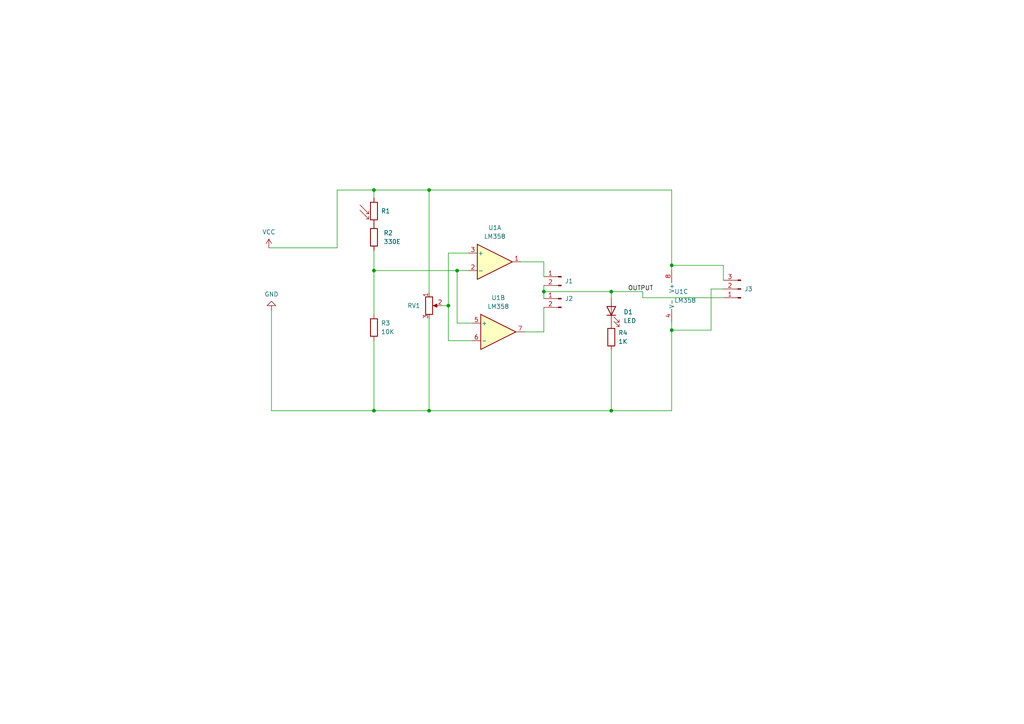
<source format=kicad_sch>
(kicad_sch (version 20211123) (generator eeschema)
  (paper "A4")
  (lib_symbols
    (symbol "Amplifier_Operational:LM358" (pin_names (offset 0.127))
      (property "Reference" "U" (at 0 5.08 0))
      (property "Value" "LM358" (at 0 -5.08 0))
      (symbol "LM358_1_1"
        (polyline (pts (xy -5.08 5.08) (xy 5.08 0) (xy -5.08 -5.08) (xy -5.08 5.08)) (stroke (width 0.254)) (fill (type background)))
        (pin output line (at 7.62 0 180) (length 2.54) (name "~") (number "1"))
        (pin input line (at -7.62 -2.54 0) (length 2.54) (name "-") (number "2"))
        (pin input line (at -7.62 2.54 0) (length 2.54) (name "+") (number "3"))
      )
      (symbol "LM358_2_1"
        (polyline (pts (xy -5.08 5.08) (xy 5.08 0) (xy -5.08 -5.08) (xy -5.08 5.08)) (stroke (width 0.254)) (fill (type background)))
        (pin input line (at -7.62 2.54 0) (length 2.54) (name "+") (number "5"))
        (pin input line (at -7.62 -2.54 0) (length 2.54) (name "-") (number "6"))
        (pin output line (at 7.62 0 180) (length 2.54) (name "~") (number "7"))
      )
      (symbol "LM358_3_1"
        (pin power_in line (at -2.54 -7.62 90) (length 3.81) (name "V-") (number "4"))
        (pin power_in line (at -2.54 7.62 270) (length 3.81) (name "V+") (number "8"))
      )
    )
    (symbol "Connector:Conn_01x02_Male" (pin_names (offset 1.016) hide)
      (property "Reference" "J" (at 0 2.54 0))
      (property "Value" "Conn_01x02_Male" (at 0 -5.08 0))
      (symbol "Conn_01x02_Male_1_1"
        (polyline (pts (xy 1.27 -2.54) (xy 0.8636 -2.54)) (stroke (width 0.1524)))
        (polyline (pts (xy 1.27 0) (xy 0.8636 0)) (stroke (width 0.1524)))
        (rectangle (start 0.8636 -2.413) (end 0 -2.667) (stroke (width 0.1524)) (fill (type outline)))
        (rectangle (start 0.8636 0.127) (end 0 -0.127) (stroke (width 0.1524)) (fill (type outline)))
        (pin passive line (at 5.08 0 180) (length 3.81) (name "Pin_1") (number "1"))
        (pin passive line (at 5.08 -2.54 180) (length 3.81) (name "Pin_2") (number "2"))
      )
    )
    (symbol "Connector:Conn_01x03_Male" (pin_names (offset 1.016) hide)
      (property "Reference" "J" (at 0 5.08 0))
      (property "Value" "Conn_01x03_Male" (at 0 -5.08 0))
      (symbol "Conn_01x03_Male_1_1"
        (polyline (pts (xy 1.27 -2.54) (xy 0.8636 -2.54)) (stroke (width 0.1524)))
        (polyline (pts (xy 1.27 0) (xy 0.8636 0)) (stroke (width 0.1524)))
        (polyline (pts (xy 1.27 2.54) (xy 0.8636 2.54)) (stroke (width 0.1524)))
        (rectangle (start 0.8636 -2.413) (end 0 -2.667) (stroke (width 0.1524)) (fill (type outline)))
        (rectangle (start 0.8636 0.127) (end 0 -0.127) (stroke (width 0.1524)) (fill (type outline)))
        (rectangle (start 0.8636 2.667) (end 0 2.413) (stroke (width 0.1524)) (fill (type outline)))
        (pin passive line (at 5.08 2.54 180) (length 3.81) (name "Pin_1") (number "1"))
        (pin passive line (at 5.08 0 180) (length 3.81) (name "Pin_2") (number "2"))
        (pin passive line (at 5.08 -2.54 180) (length 3.81) (name "Pin_3") (number "3"))
      )
    )
    (symbol "Device:LED" (pin_numbers hide) (pin_names (offset 1.016) hide)
      (property "Reference" "D" (at 0 2.54 0))
      (property "Value" "LED" (at 0 -2.54 0))
      (symbol "LED_0_1"
        (polyline (pts (xy -1.27 -1.27) (xy -1.27 1.27)) (stroke (width 0.254)))
        (polyline (pts (xy -1.27 0) (xy 1.27 0)))
        (polyline (pts (xy 1.27 -1.27) (xy 1.27 1.27) (xy -1.27 0) (xy 1.27 -1.27)) (stroke (width 0.254)))
        (polyline (pts (xy -3.048 -0.762) (xy -4.572 -2.286) (xy -3.81 -2.286) (xy -4.572 -2.286) (xy -4.572 -1.524)))
        (polyline (pts (xy -1.778 -0.762) (xy -3.302 -2.286) (xy -2.54 -2.286) (xy -3.302 -2.286) (xy -3.302 -1.524)))
      )
      (symbol "LED_1_1"
        (pin passive line (at -3.81 0 0) (length 2.54) (name "K") (number "1"))
        (pin passive line (at 3.81 0 180) (length 2.54) (name "A") (number "2"))
      )
    )
    (symbol "Device:R" (pin_numbers hide) (pin_names (offset 0))
      (property "Reference" "R" (at 2.032 0 90))
      (property "Value" "R" (at 0 0 90))
      (symbol "R_0_1"
        (rectangle (start -1.016 -2.54) (end 1.016 2.54) (stroke (width 0.254)))
      )
      (symbol "R_1_1"
        (pin passive line (at 0 3.81 270) (length 1.27) (name "~") (number "1"))
        (pin passive line (at 0 -3.81 90) (length 1.27) (name "~") (number "2"))
      )
    )
    (symbol "Device:R_Photo" (pin_numbers hide) (pin_names (offset 0))
      (property "Reference" "R" (at 1.27 1.27 0))
      (property "Value" "R_Photo" (at 1.27 0 0))
      (symbol "R_Photo_0_1"
        (rectangle (start -1.016 2.54) (end 1.016 -2.54) (stroke (width 0.254)))
        (polyline (pts (xy -1.524 -2.286) (xy -4.064 0.254)))
        (polyline (pts (xy -1.524 -2.286) (xy -2.286 -2.286)))
        (polyline (pts (xy -1.524 -2.286) (xy -1.524 -1.524)))
        (polyline (pts (xy -1.524 -0.762) (xy -4.064 1.778)))
        (polyline (pts (xy -1.524 -0.762) (xy -2.286 -0.762)))
        (polyline (pts (xy -1.524 -0.762) (xy -1.524 0)))
      )
      (symbol "R_Photo_1_1"
        (pin passive line (at 0 3.81 270) (length 1.27) (name "~") (number "1"))
        (pin passive line (at 0 -3.81 90) (length 1.27) (name "~") (number "2"))
      )
    )
    (symbol "Device:R_Potentiometer" (pin_names (offset 1.016) hide)
      (property "Reference" "RV" (at -4.445 0 90))
      (property "Value" "R_Potentiometer" (at -2.54 0 90))
      (symbol "R_Potentiometer_0_1"
        (polyline (pts (xy 2.54 0) (xy 1.524 0)))
        (polyline (pts (xy 1.143 0) (xy 2.286 0.508) (xy 2.286 -0.508) (xy 1.143 0)) (fill (type outline)))
        (rectangle (start 1.016 2.54) (end -1.016 -2.54) (stroke (width 0.254)))
      )
      (symbol "R_Potentiometer_1_1"
        (pin passive line (at 0 3.81 270) (length 1.27) (name "1") (number "1"))
        (pin passive line (at 3.81 0 180) (length 1.27) (name "2") (number "2"))
        (pin passive line (at 0 -3.81 90) (length 1.27) (name "3") (number "3"))
      )
    )
    (symbol "power:GND" (power) (pin_names (offset 0))
      (property "Value" "GND" (at 0 -3.81 0))
      (symbol "GND_0_1"
        (polyline (pts (xy 0 0) (xy 0 -1.27) (xy 1.27 -1.27) (xy 0 -2.54) (xy -1.27 -1.27) (xy 0 -1.27)))
      )
      (symbol "GND_1_1"
        (pin power_in line (at 0 0 270) (length 0) hide (name "GND") (number "1"))
      )
    )
    (symbol "power:VCC" (power) (pin_names (offset 0))
      (property "Value" "VCC" (at 0 3.81 0))
      (symbol "VCC_0_1"
        (polyline (pts (xy -0.762 1.27) (xy 0 2.54)))
        (polyline (pts (xy 0 0) (xy 0 2.54)))
        (polyline (pts (xy 0 2.54) (xy 0.762 1.27)))
      )
      (symbol "VCC_1_1"
        (pin power_in line (at 0 0 90) (length 0) hide (name "VCC") (number "1"))
      )
    )
  )
  (junction (at 124.46 119.126))
  (junction (at 130.048 88.646))
  (junction (at 108.458 55.118))
  (junction (at 157.734 84.582))
  (junction (at 124.46 55.118))
  (junction (at 132.588 78.486))
  (junction (at 177.292 84.582))
  (junction (at 108.458 78.486))
  (junction (at 108.458 119.126))
  (junction (at 194.818 76.962))
  (junction (at 194.818 95.758))
  (junction (at 177.292 119.126))
  (wire (pts (xy 108.458 98.806) (xy 108.458 119.126)))
  (wire (pts (xy 194.818 76.962) (xy 194.818 55.118)))
  (wire (pts (xy 194.818 76.962) (xy 209.804 76.962)))
  (wire (pts (xy 157.734 96.266) (xy 152.146 96.266)))
  (wire (pts (xy 206.248 95.758) (xy 206.248 83.82)))
  (wire (pts (xy 108.458 72.644) (xy 108.458 78.486)))
  (wire (pts (xy 124.46 92.456) (xy 124.46 119.126)))
  (wire (pts (xy 157.734 75.946) (xy 157.734 80.264)))
  (wire (pts (xy 108.458 78.486) (xy 108.458 91.186)))
  (wire (pts (xy 186.436 84.582) (xy 186.436 86.36)))
  (wire (pts (xy 108.458 78.486) (xy 132.588 78.486)))
  (wire (pts (xy 108.458 55.118) (xy 108.458 57.404)))
  (wire (pts (xy 130.048 88.646) (xy 130.048 73.406)))
  (wire (pts (xy 177.292 101.6) (xy 177.292 119.126)))
  (wire (pts (xy 108.458 119.126) (xy 124.46 119.126)))
  (wire (pts (xy 206.248 83.82) (xy 209.804 83.82)))
  (wire (pts (xy 132.588 78.486) (xy 132.588 93.726)))
  (wire (pts (xy 177.292 84.582) (xy 186.436 84.582)))
  (wire (pts (xy 124.46 84.836) (xy 124.46 55.118)))
  (wire (pts (xy 78.74 89.916) (xy 78.74 119.126)))
  (wire (pts (xy 128.27 88.646) (xy 130.048 88.646)))
  (wire (pts (xy 132.588 93.726) (xy 136.906 93.726)))
  (wire (pts (xy 77.978 71.882) (xy 97.79 71.882)))
  (wire (pts (xy 194.818 95.758) (xy 206.248 95.758)))
  (wire (pts (xy 130.048 88.646) (xy 130.048 98.806)))
  (wire (pts (xy 97.79 71.882) (xy 97.79 55.118)))
  (wire (pts (xy 177.292 84.582) (xy 177.292 86.36)))
  (wire (pts (xy 130.048 73.406) (xy 135.89 73.406)))
  (wire (pts (xy 209.804 76.962) (xy 209.804 81.28)))
  (wire (pts (xy 97.79 55.118) (xy 108.458 55.118)))
  (wire (pts (xy 124.46 119.126) (xy 177.292 119.126)))
  (wire (pts (xy 194.818 119.126) (xy 194.818 95.758)))
  (wire (pts (xy 130.048 98.806) (xy 136.906 98.806)))
  (wire (pts (xy 157.734 82.804) (xy 157.734 84.582)))
  (wire (pts (xy 186.436 86.36) (xy 209.804 86.36)))
  (wire (pts (xy 194.818 95.758) (xy 194.818 93.472)))
  (wire (pts (xy 194.818 55.118) (xy 124.46 55.118)))
  (wire (pts (xy 177.292 119.126) (xy 194.818 119.126)))
  (wire (pts (xy 157.734 84.582) (xy 157.734 86.614)))
  (wire (pts (xy 151.13 75.946) (xy 157.734 75.946)))
  (wire (pts (xy 157.734 84.582) (xy 177.292 84.582)))
  (wire (pts (xy 157.734 89.154) (xy 157.734 96.266)))
  (wire (pts (xy 132.588 78.486) (xy 135.89 78.486)))
  (wire (pts (xy 194.818 78.232) (xy 194.818 76.962)))
  (wire (pts (xy 124.46 55.118) (xy 108.458 55.118)))
  (wire (pts (xy 78.74 119.126) (xy 108.458 119.126)))
  (label "OUTPUT" (at 182.118 84.582 0))
  (symbol (lib_id "Device:R") (at 108.458 94.996 0) (unit 1)
    (property "Reference" "R3" (at 110.49 93.7259 0) (effects (justify left)))
    (property "Value" "10K" (at 110.49 96.2659 0) (effects (justify left)))
    (property "Footprint" "Resistor_THT:R_Axial_DIN0411_L9.9mm_D3.6mm_P12.70mm_Horizontal" (effects hide))
  )
  (symbol (lib_id "Device:LED") (at 177.292 90.17 90) (unit 1)
    (property "Reference" "D1" (at 180.848 90.4874 90) (effects (justify right)))
    (property "Value" "LED" (at 180.848 93.0274 90) (effects (justify right)))
    (property "Footprint" "LED_THT:LED_D3.0mm_Clear" (effects hide))
  )
  (symbol (lib_id "Connector:Conn_01x03_Male") (at 214.884 83.82 180) (unit 1)
    (property "Reference" "J3" (at 215.9 83.8199 0) (effects (justify right)))
    (property "Value" "Conn_01x03_Male" (effects hide))
    (property "Footprint" "Connector_PinHeader_2.54mm:PinHeader_1x03_P2.54mm_Vertical" (effects hide))
  )
  (symbol (lib_id "Connector:Conn_01x02_Male") (at 162.814 86.614 0) (mirror y) (unit 1)
    (property "Reference" "J2" (at 163.83 86.6139 0) (effects (justify right)))
    (property "Value" "Conn_01x02_Male" (effects hide))
    (property "Footprint" "Connector_PinHeader_2.54mm:PinHeader_1x02_P2.54mm_Vertical" (effects hide))
  )
  (symbol (lib_id "Device:R_Photo") (at 108.458 61.214 0) (unit 1)
    (property "Reference" "R1" (at 110.49 61.2139 0) (effects (justify left)))
    (property "Value" "R_Photo" (effects hide))
    (property "Footprint" "OptoDevice:R_LDR_4.9x4.2mm_P2.54mm_Vertical" (effects hide))
  )
  (symbol (lib_id "Connector:Conn_01x02_Male") (at 162.814 80.264 0) (mirror y) (unit 1)
    (property "Reference" "J1" (at 163.83 81.5339 0) (effects (justify right)))
    (property "Value" "Conn_01x02_Male" (effects hide))
    (property "Footprint" "Connector_PinHeader_2.54mm:PinHeader_1x02_P2.54mm_Vertical" (effects hide))
  )
  (symbol (lib_id "Amplifier_Operational:LM358") (at 144.526 96.266 0) (unit 2)
    (property "Reference" "U1" (at 144.526 86.36 0))
    (property "Value" "LM358" (at 144.526 88.9 0))
    (property "Footprint" "Package_DIP:DIP-8_W7.62mm" (effects hide))
    (property "Datasheet" "http://www.ti.com/lit/ds/symlink/lm2904-n.pdf" (effects hide))
  )
  (symbol (lib_id "Amplifier_Operational:LM358") (at 197.358 85.852 0) (unit 3)
    (property "Reference" "U1" (at 195.58 84.5819 0) (effects (justify left)))
    (property "Value" "LM358" (at 195.58 87.1219 0) (effects (justify left)))
    (property "Footprint" "Package_DIP:DIP-8_W7.62mm" (effects hide))
    (property "Datasheet" "http://www.ti.com/lit/ds/symlink/lm2904-n.pdf" (effects hide))
  )
  (symbol (lib_id "power:VCC") (at 77.978 71.882 0) (unit 1)
    (property "Reference" "#PWR01" (effects hide))
    (property "Value" "VCC" (at 77.978 67.31 0))
  )
  (symbol (lib_id "Device:R_Potentiometer") (at 124.46 88.646 0) (unit 1)
    (property "Reference" "RV1" (at 121.92 88.6459 0) (effects (justify right)))
    (property "Value" "10K" (effects hide))
    (property "Footprint" "Potentiometer_THT:Potentiometer_Runtron_RM-065_Vertical" (effects hide))
  )
  (symbol (lib_id "Amplifier_Operational:LM358") (at 143.51 75.946 0) (unit 1)
    (property "Reference" "U1" (at 143.51 66.04 0))
    (property "Value" "LM358" (at 143.51 68.58 0))
    (property "Footprint" "Package_DIP:DIP-8_W7.62mm" (effects hide))
    (property "Datasheet" "http://www.ti.com/lit/ds/symlink/lm2904-n.pdf" (effects hide))
  )
  (symbol (lib_id "Device:R") (at 177.292 97.79 180) (unit 1)
    (property "Reference" "R4" (at 179.324 96.5199 0) (effects (justify right)))
    (property "Value" "1K" (at 179.324 99.0599 0) (effects (justify right)))
    (property "Footprint" "Resistor_THT:R_Axial_DIN0411_L9.9mm_D3.6mm_P12.70mm_Horizontal" (effects hide))
  )
  (symbol (lib_id "power:GND") (at 78.74 89.916 180) (unit 1)
    (property "Reference" "#PWR02" (effects hide))
    (property "Value" "GND" (at 78.74 85.344 0))
  )
  (symbol (lib_id "Device:R") (at 108.458 68.834 0) (unit 1)
    (property "Reference" "R2" (at 111.252 67.5639 0) (effects (justify left)))
    (property "Value" "330E" (at 111.252 70.1039 0) (effects (justify left)))
    (property "Footprint" "Resistor_THT:R_Axial_DIN0411_L9.9mm_D3.6mm_P12.70mm_Horizontal" (effects hide))
  )
)
</source>
